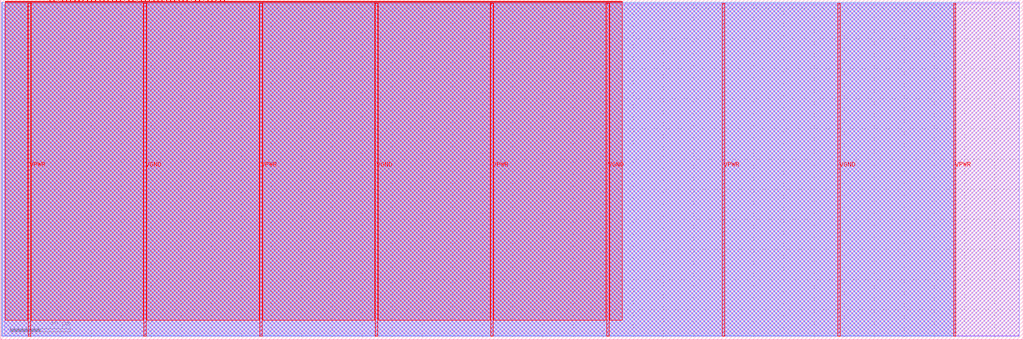
<source format=lef>
VERSION 5.7 ;
  NOWIREEXTENSIONATPIN ON ;
  DIVIDERCHAR "/" ;
  BUSBITCHARS "[]" ;
MACRO tt_um_rejunity_snn_dup
  CLASS BLOCK ;
  FOREIGN tt_um_rejunity_snn_dup ;
  ORIGIN 0.000 0.000 ;
  SIZE 678.960 BY 225.760 ;
  PIN VGND
    DIRECTION INOUT ;
    USE GROUND ;
    PORT
      LAYER met4 ;
        RECT 95.080 2.480 96.680 223.280 ;
    END
    PORT
      LAYER met4 ;
        RECT 248.680 2.480 250.280 223.280 ;
    END
    PORT
      LAYER met4 ;
        RECT 402.280 2.480 403.880 223.280 ;
    END
    PORT
      LAYER met4 ;
        RECT 555.880 2.480 557.480 223.280 ;
    END
  END VGND
  PIN VPWR
    DIRECTION INOUT ;
    USE POWER ;
    PORT
      LAYER met4 ;
        RECT 18.280 2.480 19.880 223.280 ;
    END
    PORT
      LAYER met4 ;
        RECT 171.880 2.480 173.480 223.280 ;
    END
    PORT
      LAYER met4 ;
        RECT 325.480 2.480 327.080 223.280 ;
    END
    PORT
      LAYER met4 ;
        RECT 479.080 2.480 480.680 223.280 ;
    END
    PORT
      LAYER met4 ;
        RECT 632.680 2.480 634.280 223.280 ;
    END
  END VPWR
  PIN clk
    DIRECTION INPUT ;
    USE SIGNAL ;
    ANTENNAGATEAREA 0.852000 ;
    PORT
      LAYER met4 ;
        RECT 145.670 224.760 145.970 225.760 ;
    END
  END clk
  PIN ena
    DIRECTION INPUT ;
    USE SIGNAL ;
    PORT
      LAYER met4 ;
        RECT 148.430 224.760 148.730 225.760 ;
    END
  END ena
  PIN rst_n
    DIRECTION INPUT ;
    USE SIGNAL ;
    ANTENNAGATEAREA 0.247500 ;
    PORT
      LAYER met4 ;
        RECT 142.910 224.760 143.210 225.760 ;
    END
  END rst_n
  PIN ui_in[0]
    DIRECTION INPUT ;
    USE SIGNAL ;
    ANTENNAGATEAREA 0.213000 ;
    PORT
      LAYER met4 ;
        RECT 140.150 224.760 140.450 225.760 ;
    END
  END ui_in[0]
  PIN ui_in[1]
    DIRECTION INPUT ;
    USE SIGNAL ;
    ANTENNAGATEAREA 0.213000 ;
    PORT
      LAYER met4 ;
        RECT 137.390 224.760 137.690 225.760 ;
    END
  END ui_in[1]
  PIN ui_in[2]
    DIRECTION INPUT ;
    USE SIGNAL ;
    ANTENNAGATEAREA 0.213000 ;
    PORT
      LAYER met4 ;
        RECT 134.630 224.760 134.930 225.760 ;
    END
  END ui_in[2]
  PIN ui_in[3]
    DIRECTION INPUT ;
    USE SIGNAL ;
    ANTENNAGATEAREA 0.213000 ;
    PORT
      LAYER met4 ;
        RECT 131.870 224.760 132.170 225.760 ;
    END
  END ui_in[3]
  PIN ui_in[4]
    DIRECTION INPUT ;
    USE SIGNAL ;
    ANTENNAGATEAREA 0.126000 ;
    PORT
      LAYER met4 ;
        RECT 129.110 224.760 129.410 225.760 ;
    END
  END ui_in[4]
  PIN ui_in[5]
    DIRECTION INPUT ;
    USE SIGNAL ;
    ANTENNAGATEAREA 0.126000 ;
    PORT
      LAYER met4 ;
        RECT 126.350 224.760 126.650 225.760 ;
    END
  END ui_in[5]
  PIN ui_in[6]
    DIRECTION INPUT ;
    USE SIGNAL ;
    ANTENNAGATEAREA 0.126000 ;
    PORT
      LAYER met4 ;
        RECT 123.590 224.760 123.890 225.760 ;
    END
  END ui_in[6]
  PIN ui_in[7]
    DIRECTION INPUT ;
    USE SIGNAL ;
    ANTENNAGATEAREA 0.126000 ;
    PORT
      LAYER met4 ;
        RECT 120.830 224.760 121.130 225.760 ;
    END
  END ui_in[7]
  PIN uio_in[0]
    DIRECTION INPUT ;
    USE SIGNAL ;
    ANTENNAGATEAREA 0.213000 ;
    PORT
      LAYER met4 ;
        RECT 118.070 224.760 118.370 225.760 ;
    END
  END uio_in[0]
  PIN uio_in[1]
    DIRECTION INPUT ;
    USE SIGNAL ;
    PORT
      LAYER met4 ;
        RECT 115.310 224.760 115.610 225.760 ;
    END
  END uio_in[1]
  PIN uio_in[2]
    DIRECTION INPUT ;
    USE SIGNAL ;
    ANTENNAGATEAREA 0.196500 ;
    PORT
      LAYER met4 ;
        RECT 112.550 224.760 112.850 225.760 ;
    END
  END uio_in[2]
  PIN uio_in[3]
    DIRECTION INPUT ;
    USE SIGNAL ;
    ANTENNAGATEAREA 0.213000 ;
    PORT
      LAYER met4 ;
        RECT 109.790 224.760 110.090 225.760 ;
    END
  END uio_in[3]
  PIN uio_in[4]
    DIRECTION INPUT ;
    USE SIGNAL ;
    ANTENNAGATEAREA 0.196500 ;
    PORT
      LAYER met4 ;
        RECT 107.030 224.760 107.330 225.760 ;
    END
  END uio_in[4]
  PIN uio_in[5]
    DIRECTION INPUT ;
    USE SIGNAL ;
    PORT
      LAYER met4 ;
        RECT 104.270 224.760 104.570 225.760 ;
    END
  END uio_in[5]
  PIN uio_in[6]
    DIRECTION INPUT ;
    USE SIGNAL ;
    PORT
      LAYER met4 ;
        RECT 101.510 224.760 101.810 225.760 ;
    END
  END uio_in[6]
  PIN uio_in[7]
    DIRECTION INPUT ;
    USE SIGNAL ;
    PORT
      LAYER met4 ;
        RECT 98.750 224.760 99.050 225.760 ;
    END
  END uio_in[7]
  PIN uio_oe[0]
    DIRECTION OUTPUT TRISTATE ;
    USE SIGNAL ;
    PORT
      LAYER met4 ;
        RECT 51.830 224.760 52.130 225.760 ;
    END
  END uio_oe[0]
  PIN uio_oe[1]
    DIRECTION OUTPUT TRISTATE ;
    USE SIGNAL ;
    PORT
      LAYER met4 ;
        RECT 49.070 224.760 49.370 225.760 ;
    END
  END uio_oe[1]
  PIN uio_oe[2]
    DIRECTION OUTPUT TRISTATE ;
    USE SIGNAL ;
    PORT
      LAYER met4 ;
        RECT 46.310 224.760 46.610 225.760 ;
    END
  END uio_oe[2]
  PIN uio_oe[3]
    DIRECTION OUTPUT TRISTATE ;
    USE SIGNAL ;
    PORT
      LAYER met4 ;
        RECT 43.550 224.760 43.850 225.760 ;
    END
  END uio_oe[3]
  PIN uio_oe[4]
    DIRECTION OUTPUT TRISTATE ;
    USE SIGNAL ;
    PORT
      LAYER met4 ;
        RECT 40.790 224.760 41.090 225.760 ;
    END
  END uio_oe[4]
  PIN uio_oe[5]
    DIRECTION OUTPUT TRISTATE ;
    USE SIGNAL ;
    PORT
      LAYER met4 ;
        RECT 38.030 224.760 38.330 225.760 ;
    END
  END uio_oe[5]
  PIN uio_oe[6]
    DIRECTION OUTPUT TRISTATE ;
    USE SIGNAL ;
    PORT
      LAYER met4 ;
        RECT 35.270 224.760 35.570 225.760 ;
    END
  END uio_oe[6]
  PIN uio_oe[7]
    DIRECTION OUTPUT TRISTATE ;
    USE SIGNAL ;
    PORT
      LAYER met4 ;
        RECT 32.510 224.760 32.810 225.760 ;
    END
  END uio_oe[7]
  PIN uio_out[0]
    DIRECTION OUTPUT TRISTATE ;
    USE SIGNAL ;
    PORT
      LAYER met4 ;
        RECT 73.910 224.760 74.210 225.760 ;
    END
  END uio_out[0]
  PIN uio_out[1]
    DIRECTION OUTPUT TRISTATE ;
    USE SIGNAL ;
    PORT
      LAYER met4 ;
        RECT 71.150 224.760 71.450 225.760 ;
    END
  END uio_out[1]
  PIN uio_out[2]
    DIRECTION OUTPUT TRISTATE ;
    USE SIGNAL ;
    PORT
      LAYER met4 ;
        RECT 68.390 224.760 68.690 225.760 ;
    END
  END uio_out[2]
  PIN uio_out[3]
    DIRECTION OUTPUT TRISTATE ;
    USE SIGNAL ;
    PORT
      LAYER met4 ;
        RECT 65.630 224.760 65.930 225.760 ;
    END
  END uio_out[3]
  PIN uio_out[4]
    DIRECTION OUTPUT TRISTATE ;
    USE SIGNAL ;
    PORT
      LAYER met4 ;
        RECT 62.870 224.760 63.170 225.760 ;
    END
  END uio_out[4]
  PIN uio_out[5]
    DIRECTION OUTPUT TRISTATE ;
    USE SIGNAL ;
    PORT
      LAYER met4 ;
        RECT 60.110 224.760 60.410 225.760 ;
    END
  END uio_out[5]
  PIN uio_out[6]
    DIRECTION OUTPUT TRISTATE ;
    USE SIGNAL ;
    PORT
      LAYER met4 ;
        RECT 57.350 224.760 57.650 225.760 ;
    END
  END uio_out[6]
  PIN uio_out[7]
    DIRECTION OUTPUT TRISTATE ;
    USE SIGNAL ;
    PORT
      LAYER met4 ;
        RECT 54.590 224.760 54.890 225.760 ;
    END
  END uio_out[7]
  PIN uo_out[0]
    DIRECTION OUTPUT TRISTATE ;
    USE SIGNAL ;
    ANTENNADIFFAREA 0.795200 ;
    PORT
      LAYER met4 ;
        RECT 95.990 224.760 96.290 225.760 ;
    END
  END uo_out[0]
  PIN uo_out[1]
    DIRECTION OUTPUT TRISTATE ;
    USE SIGNAL ;
    ANTENNADIFFAREA 0.891000 ;
    PORT
      LAYER met4 ;
        RECT 93.230 224.760 93.530 225.760 ;
    END
  END uo_out[1]
  PIN uo_out[2]
    DIRECTION OUTPUT TRISTATE ;
    USE SIGNAL ;
    ANTENNADIFFAREA 0.891000 ;
    PORT
      LAYER met4 ;
        RECT 90.470 224.760 90.770 225.760 ;
    END
  END uo_out[2]
  PIN uo_out[3]
    DIRECTION OUTPUT TRISTATE ;
    USE SIGNAL ;
    ANTENNADIFFAREA 0.795200 ;
    PORT
      LAYER met4 ;
        RECT 87.710 224.760 88.010 225.760 ;
    END
  END uo_out[3]
  PIN uo_out[4]
    DIRECTION OUTPUT TRISTATE ;
    USE SIGNAL ;
    ANTENNADIFFAREA 0.795200 ;
    PORT
      LAYER met4 ;
        RECT 84.950 224.760 85.250 225.760 ;
    END
  END uo_out[4]
  PIN uo_out[5]
    DIRECTION OUTPUT TRISTATE ;
    USE SIGNAL ;
    ANTENNADIFFAREA 0.891000 ;
    PORT
      LAYER met4 ;
        RECT 82.190 224.760 82.490 225.760 ;
    END
  END uo_out[5]
  PIN uo_out[6]
    DIRECTION OUTPUT TRISTATE ;
    USE SIGNAL ;
    ANTENNADIFFAREA 0.795200 ;
    PORT
      LAYER met4 ;
        RECT 79.430 224.760 79.730 225.760 ;
    END
  END uo_out[6]
  PIN uo_out[7]
    DIRECTION OUTPUT TRISTATE ;
    USE SIGNAL ;
    ANTENNADIFFAREA 0.795200 ;
    PORT
      LAYER met4 ;
        RECT 76.670 224.760 76.970 225.760 ;
    END
  END uo_out[7]
  OBS
      LAYER li1 ;
        RECT 2.760 2.635 676.200 223.125 ;
      LAYER met1 ;
        RECT 0.530 2.480 676.200 224.020 ;
      LAYER met2 ;
        RECT 0.560 2.535 634.250 224.050 ;
      LAYER met3 ;
        RECT 0.985 2.555 634.270 224.220 ;
      LAYER met4 ;
        RECT 3.055 224.360 32.110 224.760 ;
        RECT 33.210 224.360 34.870 224.760 ;
        RECT 35.970 224.360 37.630 224.760 ;
        RECT 38.730 224.360 40.390 224.760 ;
        RECT 41.490 224.360 43.150 224.760 ;
        RECT 44.250 224.360 45.910 224.760 ;
        RECT 47.010 224.360 48.670 224.760 ;
        RECT 49.770 224.360 51.430 224.760 ;
        RECT 52.530 224.360 54.190 224.760 ;
        RECT 55.290 224.360 56.950 224.760 ;
        RECT 58.050 224.360 59.710 224.760 ;
        RECT 60.810 224.360 62.470 224.760 ;
        RECT 63.570 224.360 65.230 224.760 ;
        RECT 66.330 224.360 67.990 224.760 ;
        RECT 69.090 224.360 70.750 224.760 ;
        RECT 71.850 224.360 73.510 224.760 ;
        RECT 74.610 224.360 76.270 224.760 ;
        RECT 77.370 224.360 79.030 224.760 ;
        RECT 80.130 224.360 81.790 224.760 ;
        RECT 82.890 224.360 84.550 224.760 ;
        RECT 85.650 224.360 87.310 224.760 ;
        RECT 88.410 224.360 90.070 224.760 ;
        RECT 91.170 224.360 92.830 224.760 ;
        RECT 93.930 224.360 95.590 224.760 ;
        RECT 96.690 224.360 98.350 224.760 ;
        RECT 99.450 224.360 101.110 224.760 ;
        RECT 102.210 224.360 103.870 224.760 ;
        RECT 104.970 224.360 106.630 224.760 ;
        RECT 107.730 224.360 109.390 224.760 ;
        RECT 110.490 224.360 112.150 224.760 ;
        RECT 113.250 224.360 114.910 224.760 ;
        RECT 116.010 224.360 117.670 224.760 ;
        RECT 118.770 224.360 120.430 224.760 ;
        RECT 121.530 224.360 123.190 224.760 ;
        RECT 124.290 224.360 125.950 224.760 ;
        RECT 127.050 224.360 128.710 224.760 ;
        RECT 129.810 224.360 131.470 224.760 ;
        RECT 132.570 224.360 134.230 224.760 ;
        RECT 135.330 224.360 136.990 224.760 ;
        RECT 138.090 224.360 139.750 224.760 ;
        RECT 140.850 224.360 142.510 224.760 ;
        RECT 143.610 224.360 145.270 224.760 ;
        RECT 146.370 224.360 148.030 224.760 ;
        RECT 149.130 224.360 412.785 224.760 ;
        RECT 3.055 223.680 412.785 224.360 ;
        RECT 3.055 13.095 17.880 223.680 ;
        RECT 20.280 13.095 94.680 223.680 ;
        RECT 97.080 13.095 171.480 223.680 ;
        RECT 173.880 13.095 248.280 223.680 ;
        RECT 250.680 13.095 325.080 223.680 ;
        RECT 327.480 13.095 401.880 223.680 ;
        RECT 404.280 13.095 412.785 223.680 ;
  END
END tt_um_rejunity_snn_dup
END LIBRARY


</source>
